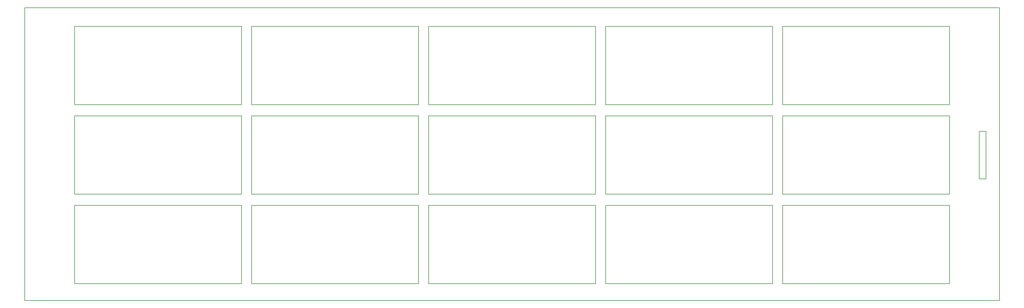
<source format=gko>
G04 Layer: BoardOutlineLayer*
G04 EasyEDA v6.5.34, 2023-10-02 19:34:43*
G04 cf508b81bd2f4e7eb0796556658b0c03,5a6b42c53f6a479593ecc07194224c93,10*
G04 Gerber Generator version 0.2*
G04 Scale: 100 percent, Rotated: No, Reflected: No *
G04 Dimensions in millimeters *
G04 leading zeros omitted , absolute positions ,4 integer and 5 decimal *
%FSLAX45Y45*%
%MOMM*%

%ADD10C,0.2540*%
D10*
X2032000Y13296900D02*
G01*
X46228000Y13296900D01*
X46227908Y0D01*
X2031994Y0D01*
X2032000Y13296900D01*
X45313508Y7683489D02*
G01*
X45313508Y5524489D01*
X45313508Y5524489D02*
G01*
X45618308Y5524489D01*
X45618308Y5524489D02*
G01*
X45618308Y7683489D01*
X45618308Y7683489D02*
G01*
X45313508Y7683489D01*
X28371744Y8381982D02*
G01*
X28371744Y4825989D01*
X28371744Y4825989D02*
G01*
X35940928Y4825989D01*
X35940928Y4825989D02*
G01*
X35940928Y8381982D01*
X35940928Y8381982D02*
G01*
X28371744Y8381982D01*
X36398126Y12445977D02*
G01*
X36398126Y8889984D01*
X36398126Y8889984D02*
G01*
X43967311Y8889984D01*
X43967311Y8889984D02*
G01*
X43967311Y12445977D01*
X43967311Y12445977D02*
G01*
X36398126Y12445977D01*
X28371744Y12445974D02*
G01*
X28371744Y8889982D01*
X28371744Y8889982D02*
G01*
X35940928Y8889982D01*
X35940928Y8889982D02*
G01*
X35940928Y12445974D01*
X35940928Y12445974D02*
G01*
X28371744Y12445974D01*
X20345361Y4317989D02*
G01*
X20345361Y761997D01*
X20345361Y761997D02*
G01*
X27914546Y761997D01*
X27914546Y761997D02*
G01*
X27914546Y4317989D01*
X27914546Y4317989D02*
G01*
X20345361Y4317989D01*
X20345361Y8381984D02*
G01*
X20345361Y4825992D01*
X20345361Y4825992D02*
G01*
X27914546Y4825992D01*
X27914546Y4825992D02*
G01*
X27914546Y8381984D01*
X27914546Y8381984D02*
G01*
X20345361Y8381984D01*
X20345361Y12445977D02*
G01*
X20345361Y8889984D01*
X20345361Y8889984D02*
G01*
X27914546Y8889984D01*
X27914546Y8889984D02*
G01*
X27914546Y12445977D01*
X27914546Y12445977D02*
G01*
X20345361Y12445977D01*
X12318974Y4317992D02*
G01*
X12318974Y762000D01*
X12318974Y762000D02*
G01*
X19888161Y762000D01*
X19888161Y762000D02*
G01*
X19888161Y4317992D01*
X19888161Y4317992D02*
G01*
X12318974Y4317992D01*
X12318974Y8381982D02*
G01*
X12318974Y4825989D01*
X12318974Y4825989D02*
G01*
X19888159Y4825989D01*
X19888159Y4825989D02*
G01*
X19888159Y8381982D01*
X19888159Y8381982D02*
G01*
X12318974Y8381982D01*
X12318974Y12445974D02*
G01*
X12318974Y8889982D01*
X12318974Y8889982D02*
G01*
X19888159Y8889982D01*
X19888159Y8889982D02*
G01*
X19888159Y12445974D01*
X19888159Y12445974D02*
G01*
X12318974Y12445974D01*
X4292594Y8381982D02*
G01*
X4292594Y4825989D01*
X4292594Y4825989D02*
G01*
X11861794Y4825989D01*
X11861794Y4825989D02*
G01*
X11861794Y8381982D01*
X11861794Y8381982D02*
G01*
X4292594Y8381982D01*
X4292592Y4317992D02*
G01*
X4292592Y762000D01*
X4292592Y762000D02*
G01*
X11861774Y762000D01*
X11861774Y762000D02*
G01*
X11861774Y4317992D01*
X11861774Y4317992D02*
G01*
X4292592Y4317992D01*
X36398126Y8381982D02*
G01*
X36398126Y4825989D01*
X36398126Y4825989D02*
G01*
X43967311Y4825989D01*
X43967311Y4825989D02*
G01*
X43967311Y8381982D01*
X43967311Y8381982D02*
G01*
X36398126Y8381982D01*
X28371744Y4317992D02*
G01*
X28371744Y762000D01*
X28371744Y762000D02*
G01*
X35940928Y762000D01*
X35940928Y762000D02*
G01*
X35940928Y4317992D01*
X35940928Y4317992D02*
G01*
X28371744Y4317992D01*
X36398126Y4317989D02*
G01*
X36398126Y761997D01*
X36398126Y761997D02*
G01*
X43967311Y761997D01*
X43967311Y761997D02*
G01*
X43967311Y4317989D01*
X43967311Y4317989D02*
G01*
X36398126Y4317989D01*
X4292592Y12445974D02*
G01*
X4292592Y8889982D01*
X4292592Y8889982D02*
G01*
X11861777Y8889982D01*
X11861777Y8889982D02*
G01*
X11861777Y12445974D01*
X11861777Y12445974D02*
G01*
X4292592Y12445974D01*

%LPD*%
M02*

</source>
